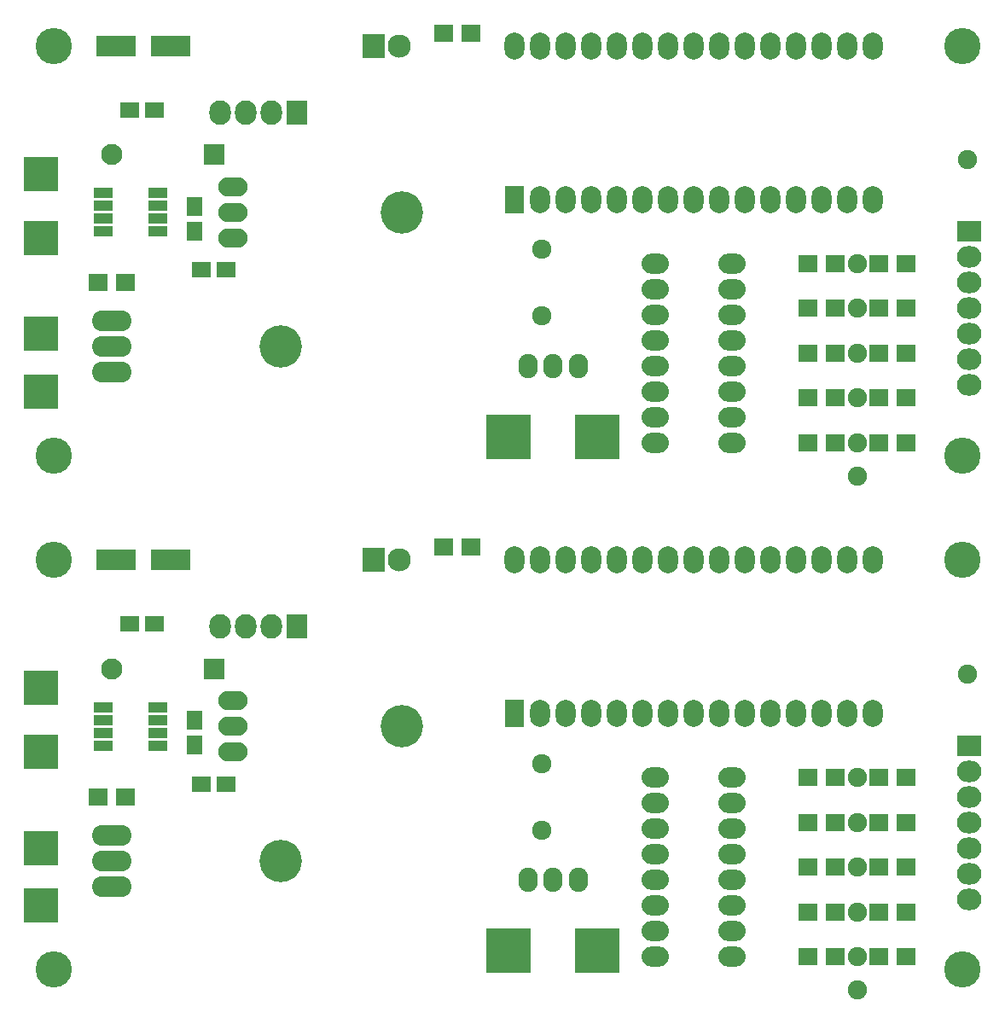
<source format=gbr>
G04 #@! TF.FileFunction,Soldermask,Top*
%FSLAX46Y46*%
G04 Gerber Fmt 4.6, Leading zero omitted, Abs format (unit mm)*
G04 Created by KiCad (PCBNEW 4.0.4-stable) date 11/17/16 13:37:46*
%MOMM*%
%LPD*%
G01*
G04 APERTURE LIST*
%ADD10C,0.100000*%
%ADD11C,1.900000*%
%ADD12R,1.900000X1.700000*%
%ADD13C,3.600000*%
%ADD14R,3.400000X3.400000*%
%ADD15C,1.924000*%
%ADD16O,2.700000X2.000000*%
%ADD17R,1.974800X2.686000*%
%ADD18O,1.974800X2.686000*%
%ADD19O,2.899360X1.901140*%
%ADD20C,4.199840*%
%ADD21R,1.950000X1.000000*%
%ADD22O,1.924000X2.400000*%
%ADD23R,4.400000X4.400000*%
%ADD24O,3.900120X2.099260*%
%ADD25R,2.432000X2.127200*%
%ADD26O,2.432000X2.127200*%
%ADD27R,2.127200X2.432000*%
%ADD28O,2.127200X2.432000*%
%ADD29R,2.300000X2.400000*%
%ADD30C,2.300000*%
%ADD31C,2.099260*%
%ADD32R,2.099260X2.099260*%
%ADD33R,1.900000X1.650000*%
%ADD34R,3.900000X2.000000*%
%ADD35R,1.650000X1.900000*%
G04 APERTURE END LIST*
D10*
D11*
X95123000Y84147000D03*
X84201000Y56080000D03*
X84201000Y60525000D03*
X84201000Y64970000D03*
X84201000Y69415000D03*
X84201000Y73860000D03*
X84201000Y52778000D03*
D12*
X11510000Y71955000D03*
X8810000Y71955000D03*
D13*
X4445000Y95450000D03*
D14*
X3175000Y61160000D03*
X3175000Y66875000D03*
X3175000Y82750000D03*
X3175000Y76400000D03*
D15*
X52832000Y75255000D03*
X52832000Y68655000D03*
D16*
X64135000Y73860000D03*
X64135000Y71320000D03*
X64135000Y68780000D03*
X64135000Y66240000D03*
X64135000Y63700000D03*
X64135000Y61160000D03*
X64135000Y58620000D03*
X64135000Y56080000D03*
X71755000Y56080000D03*
X71755000Y58620000D03*
X71755000Y61160000D03*
X71755000Y63700000D03*
X71755000Y66240000D03*
X71755000Y68780000D03*
X71755000Y71320000D03*
X71755000Y73860000D03*
D17*
X50165000Y80210000D03*
D18*
X52705000Y80210000D03*
X55245000Y80210000D03*
X57785000Y80210000D03*
X60325000Y80210000D03*
X62865000Y80210000D03*
X65405000Y80210000D03*
X67945000Y80210000D03*
X70485000Y80210000D03*
X73025000Y80210000D03*
X75565000Y80210000D03*
X78105000Y80210000D03*
X80645000Y80210000D03*
X83185000Y80210000D03*
X85725000Y80210000D03*
X85725000Y95450000D03*
X83185000Y95450000D03*
X80645000Y95450000D03*
X78105000Y95450000D03*
X75565000Y95450000D03*
X73025000Y95450000D03*
X70485000Y95450000D03*
X67945000Y95450000D03*
X65405000Y95450000D03*
X62865000Y95450000D03*
X60325000Y95450000D03*
X57785000Y95450000D03*
X55245000Y95450000D03*
X52705000Y95450000D03*
X50165000Y95450000D03*
D19*
X22225000Y78940000D03*
X22225000Y81480000D03*
X22225000Y76400000D03*
D20*
X38989000Y78940000D03*
D21*
X9365000Y80845000D03*
X9365000Y79575000D03*
X9365000Y78305000D03*
X9365000Y77035000D03*
X14765000Y77035000D03*
X14765000Y78305000D03*
X14765000Y79575000D03*
X14765000Y80845000D03*
D22*
X56475000Y63700000D03*
X53975000Y63700000D03*
X51475000Y63700000D03*
D23*
X49575000Y56700000D03*
X58375000Y56700000D03*
D12*
X88980000Y56080000D03*
X86280000Y56080000D03*
X88980000Y60525000D03*
X86280000Y60525000D03*
X88980000Y64970000D03*
X86280000Y64970000D03*
X88980000Y69415000D03*
X86280000Y69415000D03*
X88980000Y73860000D03*
X86280000Y73860000D03*
X81995000Y56080000D03*
X79295000Y56080000D03*
X81995000Y60525000D03*
X79295000Y60525000D03*
X81995000Y64970000D03*
X79295000Y64970000D03*
X81995000Y69415000D03*
X79295000Y69415000D03*
X81995000Y73860000D03*
X79295000Y73860000D03*
X43100000Y96720000D03*
X45800000Y96720000D03*
D24*
X10160000Y65605000D03*
X10160000Y68145000D03*
X10160000Y63065000D03*
D20*
X26924000Y65605000D03*
D25*
X95250000Y77035000D03*
D26*
X95250000Y74495000D03*
X95250000Y71955000D03*
X95250000Y69415000D03*
X95250000Y66875000D03*
X95250000Y64335000D03*
X95250000Y61795000D03*
D27*
X28575000Y88846000D03*
D28*
X26035000Y88846000D03*
X23495000Y88846000D03*
X20955000Y88846000D03*
D29*
X36195000Y95450000D03*
D30*
X38735000Y95450000D03*
D31*
X10159480Y84652460D03*
D32*
X20319480Y84652460D03*
D33*
X21570000Y73225000D03*
X19070000Y73225000D03*
D34*
X10635000Y95450000D03*
X16035000Y95450000D03*
D33*
X11958000Y89100000D03*
X14458000Y89100000D03*
D35*
X18415000Y77055000D03*
X18415000Y79555000D03*
D13*
X94615000Y95450000D03*
X4445000Y54810000D03*
X94615000Y54810000D03*
X94615000Y3810000D03*
X4445000Y3810000D03*
X94615000Y44450000D03*
D35*
X18415000Y26055000D03*
X18415000Y28555000D03*
D33*
X11958000Y38100000D03*
X14458000Y38100000D03*
D34*
X10635000Y44450000D03*
X16035000Y44450000D03*
D33*
X21570000Y22225000D03*
X19070000Y22225000D03*
D31*
X10159480Y33652460D03*
D32*
X20319480Y33652460D03*
D29*
X36195000Y44450000D03*
D30*
X38735000Y44450000D03*
D27*
X28575000Y37846000D03*
D28*
X26035000Y37846000D03*
X23495000Y37846000D03*
X20955000Y37846000D03*
D25*
X95250000Y26035000D03*
D26*
X95250000Y23495000D03*
X95250000Y20955000D03*
X95250000Y18415000D03*
X95250000Y15875000D03*
X95250000Y13335000D03*
X95250000Y10795000D03*
D24*
X10160000Y14605000D03*
X10160000Y17145000D03*
X10160000Y12065000D03*
D20*
X26924000Y14605000D03*
D12*
X43100000Y45720000D03*
X45800000Y45720000D03*
X81995000Y22860000D03*
X79295000Y22860000D03*
X81995000Y18415000D03*
X79295000Y18415000D03*
X81995000Y13970000D03*
X79295000Y13970000D03*
X81995000Y9525000D03*
X79295000Y9525000D03*
X81995000Y5080000D03*
X79295000Y5080000D03*
X88980000Y22860000D03*
X86280000Y22860000D03*
X88980000Y18415000D03*
X86280000Y18415000D03*
X88980000Y13970000D03*
X86280000Y13970000D03*
X88980000Y9525000D03*
X86280000Y9525000D03*
X88980000Y5080000D03*
X86280000Y5080000D03*
D22*
X56475000Y12700000D03*
X53975000Y12700000D03*
X51475000Y12700000D03*
D23*
X49575000Y5700000D03*
X58375000Y5700000D03*
D21*
X9365000Y29845000D03*
X9365000Y28575000D03*
X9365000Y27305000D03*
X9365000Y26035000D03*
X14765000Y26035000D03*
X14765000Y27305000D03*
X14765000Y28575000D03*
X14765000Y29845000D03*
D19*
X22225000Y27940000D03*
X22225000Y30480000D03*
X22225000Y25400000D03*
D20*
X38989000Y27940000D03*
D17*
X50165000Y29210000D03*
D18*
X52705000Y29210000D03*
X55245000Y29210000D03*
X57785000Y29210000D03*
X60325000Y29210000D03*
X62865000Y29210000D03*
X65405000Y29210000D03*
X67945000Y29210000D03*
X70485000Y29210000D03*
X73025000Y29210000D03*
X75565000Y29210000D03*
X78105000Y29210000D03*
X80645000Y29210000D03*
X83185000Y29210000D03*
X85725000Y29210000D03*
X85725000Y44450000D03*
X83185000Y44450000D03*
X80645000Y44450000D03*
X78105000Y44450000D03*
X75565000Y44450000D03*
X73025000Y44450000D03*
X70485000Y44450000D03*
X67945000Y44450000D03*
X65405000Y44450000D03*
X62865000Y44450000D03*
X60325000Y44450000D03*
X57785000Y44450000D03*
X55245000Y44450000D03*
X52705000Y44450000D03*
X50165000Y44450000D03*
D16*
X64135000Y22860000D03*
X64135000Y20320000D03*
X64135000Y17780000D03*
X64135000Y15240000D03*
X64135000Y12700000D03*
X64135000Y10160000D03*
X64135000Y7620000D03*
X64135000Y5080000D03*
X71755000Y5080000D03*
X71755000Y7620000D03*
X71755000Y10160000D03*
X71755000Y12700000D03*
X71755000Y15240000D03*
X71755000Y17780000D03*
X71755000Y20320000D03*
X71755000Y22860000D03*
D15*
X52832000Y24255000D03*
X52832000Y17655000D03*
D14*
X3175000Y25400000D03*
X3175000Y31750000D03*
X3175000Y15875000D03*
X3175000Y10160000D03*
D13*
X4445000Y44450000D03*
D12*
X11510000Y20955000D03*
X8810000Y20955000D03*
D11*
X84201000Y1778000D03*
X84201000Y22860000D03*
X84201000Y18415000D03*
X84201000Y13970000D03*
X84201000Y9525000D03*
X84201000Y5080000D03*
X95123000Y33147000D03*
M02*

</source>
